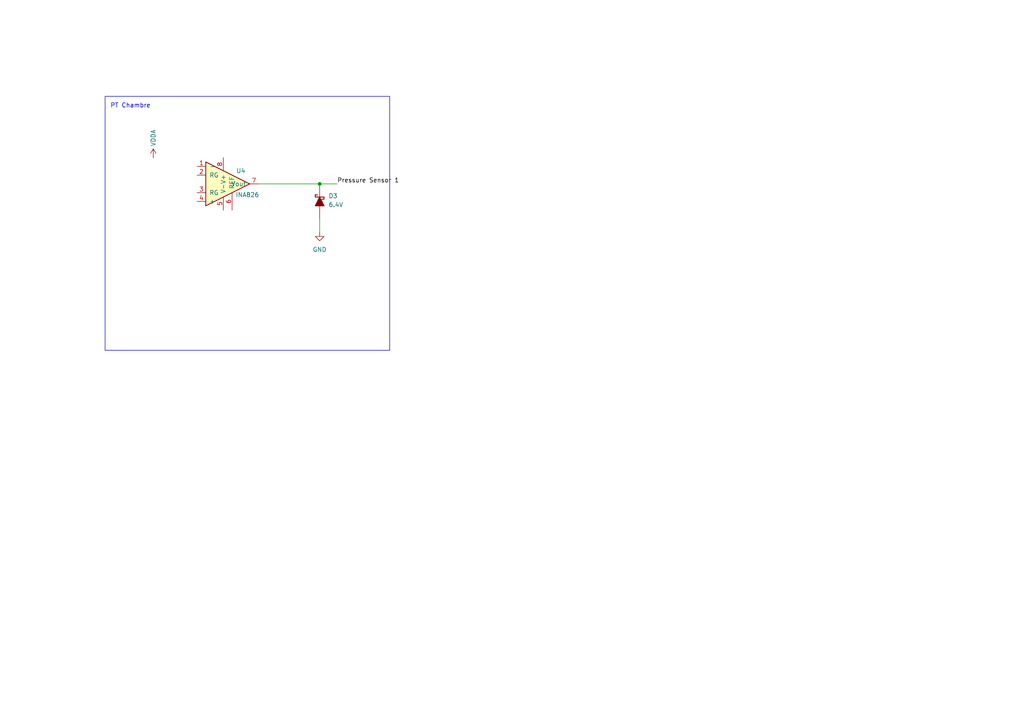
<source format=kicad_sch>
(kicad_sch (version 20250114) (generator "eeschema") (generator_version "9.0")
  (paper "A4")
  (lib_symbols
    (symbol "0CSL_D1_V1:DIODE_SCHOTTKY_30V_200mA" (pin_numbers (hide yes)) (pin_names (hide yes))
      (property "Reference" "D" (at 0 2.54 0))
      (property "Value" "DIODE_SCHOTTKY_30V_200mA" (at 1.905 4.445 0))
      (symbol "DIODE_SCHOTTKY_30V_200mA_0_1"
        (polyline (pts (xy -0.635 0.635) (xy -0.635 1.27) (xy -1.27 1.27) (xy -1.27 -1.27) (xy -1.905 -1.27) (xy -1.905 -0.635)) (stroke (width 0.254)))
        (polyline (pts (xy 1.27 1.27) (xy 1.27 -1.27) (xy -1.27 0) (xy 1.27 1.27)) (stroke (width 0.254)) (fill (type outline)))
        (polyline (pts (xy 1.27 0) (xy -1.27 0)))
      )
      (symbol "DIODE_SCHOTTKY_30V_200mA_1_1"
        (pin passive line (at -5.08 0 0) (length 3.81) (name "K") (number "1"))
        (pin passive line (at 5.08 0 180) (length 3.81) (name "A") (number "2"))
      )
    )
    (symbol "INA826:INA826AIDGKR" (pin_names (offset 1.016))
      (property "Reference" "U" (at 3.81 5.588 0))
      (property "Value" "INA826AIDGKR" (at 5.08 -2.794 0))
      (symbol "INA826AIDGKR_0_1"
        (polyline (pts (xy 7.62 0) (xy -5.08 6.35) (xy -5.08 -6.35) (xy 7.62 0)) (stroke (width 0.254)) (fill (type background)))
      )
      (symbol "INA826AIDGKR_1_1"
        (pin input line (at -7.62 5.08 0) (length 2.54) (name "-") (number "1"))
        (pin passive line (at -7.62 2.54 0) (length 2.54) (name "RG") (number "2"))
        (pin passive line (at -7.62 -2.54 0) (length 2.54) (name "RG") (number "3"))
        (pin input line (at -7.62 -5.08 0) (length 2.54) (name "+") (number "4"))
        (pin power_in line (at 0 7.62 270) (length 3.81) (name "V+") (number "8"))
        (pin power_in line (at 0 -7.62 90) (length 3.81) (name "V-") (number "5"))
        (pin input line (at 2.54 -7.62 90) (length 5.08) (name "REF") (number "6"))
        (pin output line (at 10.16 0 180) (length 2.54) (name "Vout") (number "7"))
      )
    )
    (symbol "power:GND" (power) (pin_numbers (hide yes)) (pin_names (offset 0) (hide yes))
      (property "Value" "GND" (at 0 -3.81 0))
      (symbol "GND_0_1"
        (polyline (pts (xy 0 0) (xy 0 -1.27) (xy 1.27 -1.27) (xy 0 -2.54) (xy -1.27 -1.27) (xy 0 -1.27)))
      )
      (symbol "GND_1_1"
        (pin power_in line (at 0 0 270) (length 0) (name "~") (number "1"))
      )
    )
    (symbol "power:VDD" (power) (pin_numbers (hide yes)) (pin_names (offset 0) (hide yes))
      (property "Value" "VDD" (at 0 3.556 0))
      (symbol "VDD_0_1"
        (polyline (pts (xy -0.762 1.27) (xy 0 2.54)))
        (polyline (pts (xy 0 2.54) (xy 0.762 1.27)))
        (polyline (pts (xy 0 0) (xy 0 2.54)))
      )
      (symbol "VDD_1_1"
        (pin power_in line (at 0 0 90) (length 0) (name "~") (number "1"))
      )
    )
  )
  (rectangle (start 30.48 27.94) (end 113.03 101.6))
  (text "PT Chambre" (at 37.846 30.734 0) (effects (font (size 1.27 1.27))))
  (junction (at 92.71 53.34))
  (wire (pts (xy 74.93 53.34) (xy 92.71 53.34)))
  (wire (pts (xy 92.71 53.34) (xy 97.79 53.34)))
  (wire (pts (xy 92.71 63.5) (xy 92.71 67.31)))
  (label "Pressure Sensor 1" (at 97.79 53.34 0))
  (symbol (lib_id "power:GND") (at 92.71 67.31 0) (unit 1)
    (property "Reference" "#PWR053" (effects (hide yes)))
    (property "Value" "GND" (at 92.71 72.39 0))
    (property "Description" "Power symbol creates a global label with name \"GND\" , ground" (effects (hide yes)))
  )
  (symbol (lib_id "0CSL_D1_V1:DIODE_SCHOTTKY_30V_200mA") (at 92.71 58.42 270) (unit 1)
    (property "Reference" "D3" (at 95.25 56.8324 90) (effects (justify left)))
    (property "Value" "6.4V" (at 95.25 59.3724 90) (effects (justify left)))
    (property "Footprint" "Diode_SMD:D_0603_1608Metric_Pad1.05x0.95mm_HandSolder" (effects (hide yes)))
    (property "Description" "Diode Schottky 30V 200mA (DC) Surface Mount SOD-123" (effects (hide yes)))
    (property "Part Number" "1727-7327-1-ND" (effects (hide yes)))
    (property "Link" "https://www.digikey.ca/en/products/detail/texas-instruments/INA826AIDGKR/2762216" (effects (hide yes)))
  )
  (symbol (lib_id "power:VDD") (at 44.45 45.72 0) (unit 1)
    (property "Reference" "#PWR052" (effects (hide yes)))
    (property "Value" "VDDA" (at 44.45 40.005 90))
    (property "Description" "Power symbol creates a global label with name \"VDD\"" (effects (hide yes)))
  )
  (symbol (lib_id "INA826:INA826AIDGKR") (at 64.77 53.34 0) (unit 1)
    (property "Reference" "U4" (at 69.85 49.53 0))
    (property "Value" "INA826" (at 71.755 56.515 0))
    (property "Footprint" "UserFootprints:SOP65P490X110-8N" (effects (hide yes)))
    (property "PARTREV" "G" (effects (hide yes)))
    (property "STANDARD" "IPC-7351B" (effects (hide yes)))
    (property "MAXIMUM_PACKAGE_HEIGHT" "1.10 mm" (effects (hide yes)))
    (property "MANUFACTURER" "Texas Instruments" (effects (hide yes)))
  )
)
</source>
